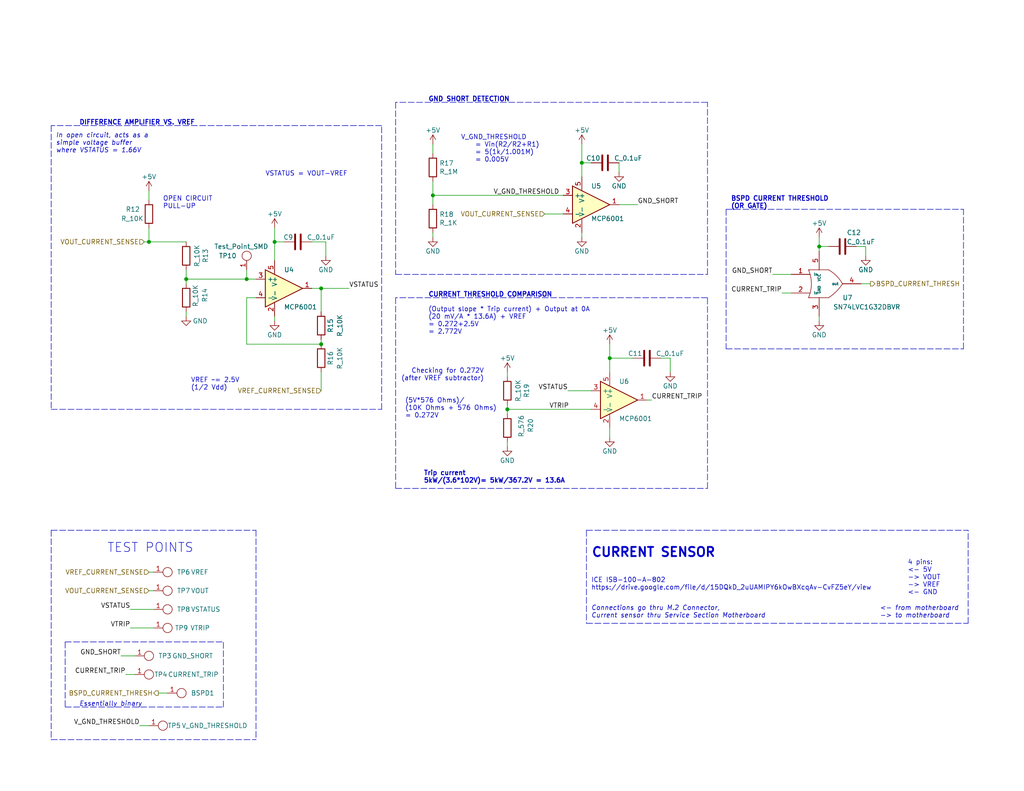
<source format=kicad_sch>
(kicad_sch (version 20211123) (generator eeschema)
  (paper "A")
  (title_block (title "BMS Core | BSPD Current Sensing Trigger") (date "2022-12-03") (rev "0") (company "Olin Electric Motorsports") (comment 1 "Melissa Kazazic"))
  (lib_symbols
    (symbol "OEM:0u1F" (pin_numbers hide) (pin_names (offset 0.254))
      (property "Reference" "C" (at 0.635 2.54 0))
      (property "Value" "C_0.1uF" (at 0.635 -2.54 0))
      (symbol "0u1F_0_1"
        (polyline (pts (xy -2.032 -0.762) (xy 2.032 -0.762)) (stroke (width 0.508)))
        (polyline (pts (xy -2.032 0.762) (xy 2.032 0.762)) (stroke (width 0.508)))
      )
      (symbol "0u1F_1_1"
        (pin passive line (at 0 3.81 270) (length 2.794) (name "~") (number "1"))
        (pin passive line (at 0 -3.81 90) (length 2.794) (name "~") (number "2"))
      )
    )
    (symbol "OEM:10KR" (pin_numbers hide) (pin_names (offset 0))
      (property "Reference" "R" (at 2.032 0 90))
      (property "Value" "R_10K" (at -2.54 0 90))
      (symbol "10KR_0_1"
        (rectangle (start -1.016 -2.54) (end 1.016 2.54) (stroke (width 0.254)))
      )
      (symbol "10KR_1_1"
        (pin passive line (at 0 3.81 270) (length 1.27) (name "~") (number "1"))
        (pin passive line (at 0 -3.81 90) (length 1.27) (name "~") (number "2"))
      )
    )
    (symbol "OEM:1KR" (pin_numbers hide) (pin_names (offset 0))
      (property "Reference" "R" (at 2.032 0 90))
      (property "Value" "R_1K" (at -2.54 0 90))
      (symbol "1KR_1_1"
        (rectangle (start -1.016 -2.54) (end 1.016 2.54) (stroke (width 0.254)))
        (pin passive line (at 0 3.81 270) (length 1.27) (name "~") (number "1"))
        (pin passive line (at 0 -3.81 90) (length 1.27) (name "~") (number "2"))
      )
    )
    (symbol "OEM:1MR" (pin_numbers hide) (pin_names (offset 0))
      (property "Reference" "R" (at 2.032 0 90))
      (property "Value" "R_1M" (at 0 0 90))
      (symbol "1MR_0_1"
        (rectangle (start -1.016 -2.54) (end 1.016 2.54) (stroke (width 0.254)))
      )
      (symbol "1MR_1_1"
        (pin passive line (at 0 3.81 270) (length 1.27) (name "~") (number "1"))
        (pin passive line (at 0 -3.81 90) (length 1.27) (name "~") (number "2"))
      )
    )
    (symbol "OEM:576R" (pin_numbers hide) (pin_names (offset 0))
      (property "Reference" "R" (at 2.032 0 90))
      (property "Value" "576R" (at 0 0 90))
      (symbol "576R_0_1"
        (rectangle (start -1.016 -2.54) (end 1.016 2.54) (stroke (width 0.254)))
      )
      (symbol "576R_1_1"
        (pin passive line (at 0 3.81 270) (length 1.27) (name "~") (number "1"))
        (pin passive line (at 0 -3.81 90) (length 1.27) (name "~") (number "2"))
      )
    )
    (symbol "OEM:MCP6001"
      (property "Reference" "U" (at 0 5.08 0))
      (property "Value" "MCP6001" (at 0 -5.08 0))
      (symbol "MCP6001_0_1"
        (polyline (pts (xy -5.08 5.08) (xy 5.08 0) (xy -5.08 -5.08) (xy -5.08 5.08)) (stroke (width 0.254)) (fill (type background)))
        (pin power_in line (at -2.54 -7.62 90) (length 3.81) (name "V-") (number "2"))
        (pin power_in line (at -2.54 7.62 270) (length 3.81) (name "V+") (number "5"))
      )
      (symbol "MCP6001_1_1"
        (pin output line (at 7.62 0 180) (length 2.54) (name "~") (number "1"))
        (pin input line (at -7.62 2.54 0) (length 2.54) (name "+") (number "3"))
        (pin input line (at -7.62 -2.54 0) (length 2.54) (name "-") (number "4"))
      )
    )
    (symbol "OEM:SN74LVC1G32DBVR" (pin_names (offset 1.016))
      (property "Reference" "U" (at 0 11.43 0))
      (property "Value" "SN74LVC1G32DBVR" (at 0 16.51 0))
      (symbol "SN74LVC1G32DBVR_0_1"
        (polyline (pts (xy -2.921 -3.81) (xy -2.54 -3.81)))
        (polyline (pts (xy -2.54 3.81) (xy -2.921 3.81)))
      )
      (symbol "SN74LVC1G32DBVR_1_1"
        (arc (start -2.921 -3.81) (mid -2.139 0) (end -2.921 3.81))
        (polyline (pts (xy -2.54 -3.81) (xy 2.54 -3.81)))
        (polyline (pts (xy -2.54 3.81) (xy 2.54 3.81)))
        (arc (start 2.54 -3.81) (mid 4.662 -2.122) (end 6.35 0))
        (arc (start 6.35 0) (mid 4.7001 2.1601) (end 2.54 3.81))
        (pin bidirectional line (at -7.62 2.54 0) (length 5.08) (name "in") (number "1"))
        (pin bidirectional line (at -7.62 -2.54 0) (length 5.08) (name "in") (number "2"))
        (pin bidirectional line (at 0 -8.89 90) (length 5.08) (name "GND") (number "3"))
        (pin bidirectional line (at 11.43 0 180) (length 5.08) (name "out") (number "4"))
        (pin bidirectional line (at 0 8.89 270) (length 5.08) (name "VCC") (number "5"))
      )
    )
    (symbol "OEM:TP_SMD" (pin_names (offset 1.016))
      (property "Reference" "TP" (at 0 7.62 0))
      (property "Value" "Test_Point_SMD" (at 1.27 5.08 0))
      (symbol "TP_SMD_1_1"
        (circle (center 0 2.54) (radius 1.27))
        (pin input line (at 0 -1.27 90) (length 2.54) (name "~") (number "1"))
      )
    )
    (symbol "power:+5V" (power) (pin_names (offset 0))
      (property "Value" "+5V" (at 0 3.556 0))
      (symbol "+5V_0_1"
        (polyline (pts (xy -0.762 1.27) (xy 0 2.54)))
        (polyline (pts (xy 0 0) (xy 0 2.54)))
        (polyline (pts (xy 0 2.54) (xy 0.762 1.27)))
      )
      (symbol "+5V_1_1"
        (pin power_in line (at 0 0 90) (length 0) hide (name "+5V") (number "1"))
      )
    )
    (symbol "power:GND" (power) (pin_names (offset 0))
      (property "Value" "GND" (at 0 -3.81 0))
      (symbol "GND_0_1"
        (polyline (pts (xy 0 0) (xy 0 -1.27) (xy 1.27 -1.27) (xy 0 -2.54) (xy -1.27 -1.27) (xy 0 -1.27)))
      )
      (symbol "GND_1_1"
        (pin power_in line (at 0 0 270) (length 0) hide (name "GND") (number "1"))
      )
    )
  )
  (junction (at 87.63 78.74))
  (junction (at 40.64 66.04))
  (junction (at 74.93 66.04))
  (junction (at 158.75 44.45))
  (junction (at 67.31 76.2))
  (junction (at 118.11 53.34))
  (junction (at 138.43 111.76))
  (junction (at 87.63 93.98))
  (junction (at 166.37 97.79))
  (junction (at 50.8 76.2))
  (junction (at 223.52 67.31))
  (wire (pts (xy 50.8 76.2) (xy 67.31 76.2)))
  (polyline (pts (xy 60.96 193.04) (xy 60.96 175.26)))
  (wire (pts (xy 223.52 64.77) (xy 223.52 67.31)))
  (polyline (pts (xy 107.95 81.28) (xy 107.95 133.35)))
  (wire (pts (xy 38.1 198.12) (xy 40.64 198.12)))
  (polyline (pts (xy 17.78 175.26) (xy 60.96 175.26)))
  (wire (pts (xy 87.63 93.98) (xy 87.63 92.71)))
  (wire (pts (xy 118.11 53.34) (xy 118.11 55.88)))
  (wire (pts (xy 67.31 93.98) (xy 87.63 93.98)))
  (polyline (pts (xy 104.14 34.29) (xy 13.97 34.29)))
  (polyline (pts (xy 69.85 144.78) (xy 69.85 201.93)))
  (polyline (pts (xy 107.95 74.93) (xy 193.04 74.93)))
  (wire (pts (xy 74.93 66.04) (xy 74.93 71.12)))
  (polyline (pts (xy 17.78 193.04) (xy 60.96 193.04)))
  (polyline (pts (xy 198.12 57.15) (xy 262.89 57.15)))
  (wire (pts (xy 50.8 73.66) (xy 50.8 76.2)))
  (wire (pts (xy 69.85 76.2) (xy 67.31 76.2)))
  (polyline (pts (xy 104.14 111.76) (xy 104.14 111.76)))
  (wire (pts (xy 118.11 39.37) (xy 118.11 41.91)))
  (wire (pts (xy 85.09 66.04) (xy 88.9 66.04)))
  (wire (pts (xy 118.11 63.5) (xy 118.11 64.77)))
  (wire (pts (xy 158.75 63.5) (xy 158.75 64.77)))
  (wire (pts (xy 138.43 101.6) (xy 138.43 102.87)))
  (polyline (pts (xy 160.02 170.18) (xy 264.16 170.18)))
  (wire (pts (xy 138.43 110.49) (xy 138.43 111.76)))
  (wire (pts (xy 210.82 74.93) (xy 215.9 74.93)))
  (polyline (pts (xy 13.97 34.29) (xy 13.97 111.76)))
  (polyline (pts (xy 104.14 111.76) (xy 104.14 34.29)))
  (polyline (pts (xy 17.78 175.26) (xy 17.78 193.04)))
  (polyline (pts (xy 193.04 74.93) (xy 193.04 27.94)))
  (wire (pts (xy 41.91 166.37) (xy 35.56 166.37)))
  (wire (pts (xy 168.91 55.88) (xy 173.99 55.88)))
  (wire (pts (xy 158.75 39.37) (xy 158.75 44.45)))
  (wire (pts (xy 87.63 78.74) (xy 95.25 78.74)))
  (wire (pts (xy 35.56 171.45) (xy 41.91 171.45)))
  (wire (pts (xy 158.75 44.45) (xy 158.75 48.26)))
  (polyline (pts (xy 160.02 144.78) (xy 160.02 170.18)))
  (wire (pts (xy 182.88 101.6) (xy 182.88 97.79)))
  (wire (pts (xy 87.63 106.68) (xy 87.63 101.6)))
  (polyline (pts (xy 13.97 201.93) (xy 69.85 201.93)))
  (wire (pts (xy 176.53 109.22) (xy 177.8 109.22)))
  (polyline (pts (xy 13.97 144.78) (xy 69.85 144.78)))
  (wire (pts (xy 166.37 93.98) (xy 166.37 97.79)))
  (wire (pts (xy 168.91 44.45) (xy 168.91 46.99)))
  (wire (pts (xy 166.37 116.84) (xy 166.37 119.38)))
  (wire (pts (xy 67.31 81.28) (xy 69.85 81.28)))
  (wire (pts (xy 223.52 67.31) (xy 226.06 67.31)))
  (polyline (pts (xy 262.89 95.25) (xy 262.89 57.15)))
  (wire (pts (xy 154.94 106.68) (xy 161.29 106.68)))
  (wire (pts (xy 40.64 66.04) (xy 50.8 66.04)))
  (wire (pts (xy 87.63 85.09) (xy 87.63 78.74)))
  (wire (pts (xy 223.52 86.36) (xy 223.52 87.63)))
  (polyline (pts (xy 160.02 144.78) (xy 264.16 144.78)))
  (wire (pts (xy 74.93 62.23) (xy 74.93 66.04)))
  (wire (pts (xy 45.72 189.23) (xy 43.18 189.23)))
  (wire (pts (xy 50.8 76.2) (xy 50.8 77.47)))
  (wire (pts (xy 223.52 67.31) (xy 223.52 68.58)))
  (wire (pts (xy 138.43 120.65) (xy 138.43 121.92)))
  (wire (pts (xy 166.37 97.79) (xy 172.72 97.79)))
  (wire (pts (xy 237.49 77.47) (xy 234.95 77.47)))
  (wire (pts (xy 148.59 58.42) (xy 153.67 58.42)))
  (polyline (pts (xy 13.97 111.76) (xy 104.14 111.76)))
  (wire (pts (xy 74.93 86.36) (xy 74.93 87.63)))
  (polyline (pts (xy 193.04 27.94) (xy 107.95 27.94)))
  (polyline (pts (xy 193.04 81.28) (xy 107.95 81.28)))
  (wire (pts (xy 67.31 73.66) (xy 67.31 76.2)))
  (wire (pts (xy 85.09 78.74) (xy 87.63 78.74)))
  (wire (pts (xy 118.11 49.53) (xy 118.11 53.34)))
  (polyline (pts (xy 198.12 95.25) (xy 262.89 95.25)))
  (wire (pts (xy 236.22 69.85) (xy 236.22 67.31)))
  (wire (pts (xy 67.31 81.28) (xy 67.31 93.98)))
  (wire (pts (xy 33.02 179.07) (xy 36.83 179.07)))
  (wire (pts (xy 40.64 62.23) (xy 40.64 66.04)))
  (polyline (pts (xy 264.16 170.18) (xy 264.16 144.78)))
  (wire (pts (xy 215.9 80.01) (xy 213.36 80.01)))
  (polyline (pts (xy 198.12 57.15) (xy 198.12 95.25)))
  (polyline (pts (xy 193.04 133.35) (xy 193.04 81.28)))
  (wire (pts (xy 158.75 44.45) (xy 161.29 44.45)))
  (wire (pts (xy 138.43 111.76) (xy 161.29 111.76)))
  (wire (pts (xy 41.91 156.21) (xy 40.64 156.21)))
  (wire (pts (xy 182.88 97.79) (xy 180.34 97.79)))
  (wire (pts (xy 40.64 52.07) (xy 40.64 54.61)))
  (wire (pts (xy 118.11 53.34) (xy 153.67 53.34)))
  (wire (pts (xy 138.43 111.76) (xy 138.43 113.03)))
  (wire (pts (xy 40.64 161.29) (xy 41.91 161.29)))
  (wire (pts (xy 34.29 184.15) (xy 36.83 184.15)))
  (polyline (pts (xy 107.95 133.35) (xy 193.04 133.35)))
  (wire (pts (xy 39.37 66.04) (xy 40.64 66.04)))
  (wire (pts (xy 77.47 66.04) (xy 74.93 66.04)))
  (wire (pts (xy 88.9 66.04) (xy 88.9 69.85)))
  (polyline (pts (xy 107.95 27.94) (xy 107.95 74.93)))
  (wire (pts (xy 236.22 67.31) (xy 233.68 67.31)))
  (wire (pts (xy 50.8 85.09) (xy 50.8 86.36)))
  (wire (pts (xy 166.37 97.79) (xy 166.37 101.6)))
  (polyline (pts (xy 13.97 144.78) (xy 13.97 201.93)))
  (text "CURRENT THRESHOLD COMPARISON" (at 116.84 81.28 0) (effects (font (size 1.27 1.27) (thickness 0.254) bold) (justify left bottom)))
  (text "<- from motherboard\n-> to motherboard" (at 240.03 168.91 0) (effects (font (size 1.27 1.27) italic) (justify left bottom)))
  (text "TEST POINTS" (at 29.21 151.13 0) (effects (font (size 2.4892 2.4892)) (justify left bottom)))
  (text "VSTATUS = VOUT-VREF" (at 72.39 48.26 0) (effects (font (size 1.27 1.27)) (justify left bottom)))
  (text "4 pins:\n<- 5V\n-> VOUT\n-> VREF\n<- GND" (at 247.65 162.56 0) (effects (font (size 1.27 1.27)) (justify left bottom)))
  (text "OPEN CIRCUIT\nPULL-UP" (at 44.45 57.15 0) (effects (font (size 1.27 1.27)) (justify left bottom)))
  (text "(Output slope * Trip current) + Output at 0A\n(20 mV/A * 13.6A) + VREF\n= 0.272+2.5V \n= 2.772V" (at 116.84 91.44 0) (effects (font (size 1.27 1.27)) (justify left bottom)))
  (text "Connections go thru M.2 Connector,\nCurrent sensor thru Service Section Motherboard" (at 161.29 168.91 0) (effects (font (size 1.27 1.27) italic) (justify left bottom)))
  (text "BSPD CURRENT THRESHOLD\n(OR GATE)" (at 199.39 57.15 0) (effects (font (size 1.27 1.27) (thickness 0.254) bold) (justify left bottom)))
  (text "VREF ~= 2.5V\n(1/2 Vdd)" (at 52.07 106.68 0) (effects (font (size 1.27 1.27)) (justify left bottom)))
  (text "GND SHORT DETECTION" (at 116.84 27.94 0) (effects (font (size 1.27 1.27) (thickness 0.254) bold) (justify left bottom)))
  (text "Trip current\n5kW/(3.6*102V)= 5kW/367.2V = 13.6A" (at 115.57 132.08 0) (effects (font (size 1.27 1.27) (thickness 0.254) bold) (justify left bottom)))
  (text "V_GND_THRESHOLD\n    = Vin(R2/R2+R1)\n    = 5(1k/1.001M)\n    = 0.005V" (at 125.73 44.45 0) (effects (font (size 1.27 1.27)) (justify left bottom)))
  (text "Checking for 0.272V\n(after VREF subtractor)" (at 132.08 104.14 180) (effects (font (size 1.27 1.27)) (justify right bottom)))
  (text "(5V*576 Ohms)/\n(10K Ohms + 576 Ohms)\n= 0.272V" (at 110.49 114.3 0) (effects (font (size 1.27 1.27)) (justify left bottom)))
  (text "Essentially binary" (at 21.59 193.04 0) (effects (font (size 1.27 1.27) italic) (justify left bottom)))
  (text "CURRENT SENSOR" (at 161.29 152.4 0) (effects (font (size 2.4892 2.4892) (thickness 0.4978) bold) (justify left bottom)))
  (text "DIFFERENCE AMPLIFIER VS. VREF" (at 21.59 34.29 0) (effects (font (size 1.27 1.27) (thickness 0.254) bold) (justify left bottom)))
  (text "ICE ISB-100-A-802\nhttps://drive.google.com/file/d/15DQkD_2uUAMIPY6kOwBXcqAv-CvFZ5eY/view" (at 161.29 161.29 0) (effects (font (size 1.27 1.27)) (justify left bottom)))
  (text "In open circuit, acts as a \nsimple voltage buffer\nwhere VSTATUS = 1.66V" (at 15.24 41.91 0) (effects (font (size 1.27 1.27) italic) (justify left bottom)))
  (label "CURRENT_TRIP" (at 177.8 109.22 0))
  (label "GND_SHORT" (at 173.99 55.88 0))
  (label "CURRENT_TRIP" (at 213.36 80.01 180))
  (label "GND_SHORT" (at 210.82 74.93 180))
  (label "GND_SHORT" (at 33.02 179.07 180))
  (label "VTRIP" (at 35.56 171.45 180))
  (label "VSTATUS" (at 154.94 106.68 180))
  (label "CURRENT_TRIP" (at 34.29 184.15 180))
  (label "VSTATUS" (at 35.56 166.37 180))
  (label "VTRIP" (at 149.86 111.76 0))
  (label "V_GND_THRESHOLD" (at 134.62 53.34 0))
  (label "VSTATUS" (at 95.25 78.74 0))
  (label "V_GND_THRESHOLD" (at 38.1 198.12 180))
  (hierarchical_label "VOUT_CURRENT_SENSE" (shape input) (at 39.37 66.04 180))
  (hierarchical_label "VREF_CURRENT_SENSE" (shape input) (at 87.63 106.68 180))
  (hierarchical_label "BSPD_CURRENT_THRESH" (shape output) (at 237.49 77.47 0))
  (hierarchical_label "VOUT_CURRENT_SENSE" (shape input) (at 40.64 161.29 180))
  (hierarchical_label "BSPD_CURRENT_THRESH" (shape output) (at 43.18 189.23 180))
  (hierarchical_label "VOUT_CURRENT_SENSE" (shape input) (at 148.59 58.42 180))
  (hierarchical_label "VREF_CURRENT_SENSE" (shape input) (at 40.64 156.21 180))
  (symbol (lib_id "power:+5V") (at 166.37 93.98 0) (unit 1)
    (property "Reference" "#PWR?" (effects hide))
    (property "Value" "+5V" (at 166.37 90.17 0))
  )
  (symbol (lib_id "OEM:0u1F") (at 81.28 66.04 90) (unit 1)
    (property "Reference" "C9" (at 80.01 64.77 90) (effects (justify left)))
    (property "Value" "C_0.1uF" (at 91.44 64.77 90) (effects (justify left)))
    (property "Footprint" "OEM:C_0603" (effects hide))
    (property "Datasheet" "http://datasheets.avx.com/X7RDielectric.pdf" (effects hide))
    (property "MFN" "DK" (effects hide))
    (property "MPN" "478-3352-1-ND" (effects hide))
    (property "PurchasingLink" "https://www.digikey.com/products/en?keywords=478-3352-1-ND" (effects hide))
  )
  (symbol (lib_id "OEM:10KR") (at 50.8 69.85 0) (unit 1)
    (property "Reference" "R13" (at 56.0578 69.85 90))
    (property "Value" "R_10K" (at 53.7464 69.85 90))
    (property "Footprint" "OEM:R_0603" (effects hide))
    (property "Datasheet" "http://www.bourns.com/data/global/pdfs/CRS.pdf" (effects hide))
    (property "MFN" "DK" (effects hide))
    (property "MPN" "CRS0805-FX-1002ELFCT-ND" (effects hide))
    (property "PurchasingLink" "https://www.digikey.com/products/en?keywords=CRS0805-FX-1002ELFCT-ND" (effects hide))
  )
  (symbol (lib_id "power:+5V") (at 40.64 52.07 0) (unit 1)
    (property "Reference" "#PWR?" (effects hide))
    (property "Value" "+5V" (at 40.64 48.26 0))
  )
  (symbol (lib_id "OEM:TP_SMD") (at 41.91 198.12 270) (unit 1)
    (property "Reference" "TP5" (at 45.72 198.12 90) (effects (justify left)))
    (property "Value" "V_GND_THRESHOLD" (at 49.53 198.12 90) (effects (justify left)))
    (property "Footprint" "TestPoint:TestPoint_Pad_D1.0mm" (effects hide))
  )
  (symbol (lib_id "OEM:SN74LVC1G32DBVR") (at 223.52 77.47 0) (unit 1)
    (property "Reference" "U7" (at 229.87 81.28 0) (effects (justify left)))
    (property "Value" "SN74LVC1G32DBVR" (at 227.33 83.82 0) (effects (justify left)))
    (property "Footprint" "footprints:SOT-23-5_OEM" (effects hide))
    (property "Datasheet" "http://www.ti.com/lit/ds/symlink/sn74lvc1g32.pdf" (effects hide))
    (property "MFN" "DK" (effects hide))
    (property "MPN" "296-9847-1-ND" (effects hide))
    (property "PurchasingLink" "https://www.digikey.com/product-detail/en/texas-instruments/SN74LVC1G32DBVR/296-9847-1-ND/380102" (effects hide))
  )
  (symbol (lib_id "OEM:TP_SMD") (at 67.31 72.39 0) (unit 1)
    (property "Reference" "TP10" (at 59.69 69.85 0) (effects (justify left)))
    (property "Value" "Test_Point_SMD" (at 58.42 67.31 0) (effects (justify left)))
    (property "Footprint" "TestPoint:TestPoint_Pad_D1.0mm" (effects hide))
  )
  (symbol (lib_id "OEM:TP_SMD") (at 43.18 156.21 270) (unit 1)
    (property "Reference" "TP6" (at 48.26 156.21 90) (effects (justify left)))
    (property "Value" "VREF" (at 52.07 156.21 90) (effects (justify left)))
    (property "Footprint" "TestPoint:TestPoint_Pad_D1.0mm" (effects hide))
  )
  (symbol (lib_id "power:GND") (at 74.93 87.63 0) (unit 1)
    (property "Reference" "#PWR?" (effects hide))
    (property "Value" "GND" (at 74.93 91.44 0))
  )
  (symbol (lib_id "OEM:1KR") (at 118.11 59.69 0) (unit 1)
    (property "Reference" "R18" (at 119.888 58.5216 0) (effects (justify left)))
    (property "Value" "R_1K" (at 119.888 60.833 0) (effects (justify left)))
    (property "Footprint" "OEM:R_0603" (effects hide))
    (property "Datasheet" "https://www.seielect.com/Catalog/SEI-rncp.pdf" (effects hide))
    (property "MFN" "DK" (effects hide))
    (property "MPN" "RNCP0805FTD1K00CT-ND" (effects hide))
    (property "PurchasingLink" "https://www.digikey.com/products/en?keywords=RNCP0805FTD1K00CT-ND" (effects hide))
  )
  (symbol (lib_id "OEM:TP_SMD") (at 46.99 189.23 270) (unit 1)
    (property "Reference" "BSPD1" (at 52.07 189.23 90) (effects (justify left)))
    (property "Value" "Test_Point_SMD" (effects hide))
    (property "Footprint" "TestPoint:TestPoint_Pad_D1.0mm" (effects hide))
  )
  (symbol (lib_id "power:GND") (at 88.9 69.85 0) (unit 1)
    (property "Reference" "#PWR?" (effects hide))
    (property "Value" "GND" (at 88.9 73.66 0))
  )
  (symbol (lib_id "OEM:576R") (at 138.43 116.84 0) (unit 1)
    (property "Reference" "R20" (at 144.78 118.11 90) (effects (justify left)))
    (property "Value" "R_576" (at 142.24 119.38 90) (effects (justify left)))
    (property "Footprint" "OEM:R_0603" (effects hide))
    (property "Datasheet" "${OEM_DIR}/parts/datasheets/stackpole_RMCF_RMCP.pdf" (effects hide))
    (property "MPN" "RMCF0603FT576R" (effects hide))
    (property "DKPN" "RMCF0603FT576RDKR-ND" (effects hide))
    (property "MFN" "Stackpole Electronics" (effects hide))
    (property "NewDesigns" "YES" (effects hide))
    (property "Stocked" "Digi-Reel" (effects hide))
    (property "Package" "0603" (effects hide))
    (property "Style" "SMD" (effects hide))
  )
  (symbol (lib_id "OEM:1MR") (at 118.11 45.72 0) (unit 1)
    (property "Reference" "R17" (at 119.888 44.5516 0) (effects (justify left)))
    (property "Value" "R_1M" (at 119.888 46.863 0) (effects (justify left)))
    (property "Footprint" "OEM:R_0603" (effects hide))
    (property "Datasheet" "https://www.seielect.com/Catalog/SEI-rncp.pdf" (effects hide))
    (property "MFN" "DK" (effects hide))
    (property "MPN" "RMCF0805JT1M00CT-ND" (effects hide))
    (property "PurchasingLink" "https://www.digikey.com/product-detail/en/stackpole-electronics-inc/RMCF0805JT1M00/RMCF0805JT1M00CT-ND/1942600" (effects hide))
  )
  (symbol (lib_id "OEM:0u1F") (at 229.87 67.31 90) (unit 1)
    (property "Reference" "C12" (at 234.95 63.5 90) (effects (justify left)))
    (property "Value" "C_0.1uF" (at 238.76 66.04 90) (effects (justify left)))
    (property "Footprint" "OEM:C_0603" (effects hide))
    (property "Datasheet" "http://datasheets.avx.com/X7RDielectric.pdf" (effects hide))
    (property "MFN" "DK" (effects hide))
    (property "MPN" "478-3352-1-ND" (effects hide))
    (property "PurchasingLink" "https://www.digikey.com/products/en?keywords=478-3352-1-ND" (effects hide))
  )
  (symbol (lib_id "OEM:10KR") (at 87.63 97.79 180) (unit 1)
    (property "Reference" "R16" (at 90.17 97.79 90))
    (property "Value" "R_10K" (at 92.71 97.79 90))
    (property "Footprint" "OEM:R_0603" (effects hide))
    (property "Datasheet" "http://www.bourns.com/data/global/pdfs/CRS.pdf" (effects hide))
    (property "MFN" "DK" (effects hide))
    (property "MPN" "CRS0805-FX-1002ELFCT-ND" (effects hide))
    (property "PurchasingLink" "https://www.digikey.com/products/en?keywords=CRS0805-FX-1002ELFCT-ND" (effects hide))
  )
  (symbol (lib_id "OEM:MCP6001") (at 168.91 109.22 0) (unit 1)
    (property "Reference" "U6" (at 168.91 104.14 0) (effects (justify left)))
    (property "Value" "MCP6001" (at 168.91 114.3 0) (effects (justify left)))
    (property "Footprint" "footprints:SOT-23-5_OEM" (effects hide))
    (property "Datasheet" "http://ww1.microchip.com/downloads/en/DeviceDoc/21733j.pdf" (effects hide))
    (property "MFN" "DK" (effects hide))
    (property "MPN" "MCP6001T-I/OTCT-ND" (effects hide))
    (property "PurchasingLink" "https://www.digikey.com/product-detail/en/microchip-technology/MCP6001T-I-OT/MCP6001T-I-OTCT-ND/697158" (effects hide))
  )
  (symbol (lib_id "OEM:10KR") (at 50.8 81.28 180) (unit 1)
    (property "Reference" "R14" (at 55.88 82.55 90) (effects (justify right)))
    (property "Value" "R_10K" (at 53.34 83.82 90) (effects (justify right)))
    (property "Footprint" "OEM:R_0603" (effects hide))
    (property "Datasheet" "http://www.bourns.com/data/global/pdfs/CRS.pdf" (effects hide))
    (property "MFN" "DK" (effects hide))
    (property "MPN" "CRS0805-FX-1002ELFCT-ND" (effects hide))
    (property "PurchasingLink" "https://www.digikey.com/products/en?keywords=CRS0805-FX-1002ELFCT-ND" (effects hide))
  )
  (symbol (lib_id "OEM:0u1F") (at 176.53 97.79 90) (unit 1)
    (property "Reference" "C11" (at 175.26 96.52 90) (effects (justify left)))
    (property "Value" "C_0.1uF" (at 186.69 96.52 90) (effects (justify left)))
    (property "Footprint" "OEM:C_0603" (effects hide))
    (property "Datasheet" "http://datasheets.avx.com/X7RDielectric.pdf" (effects hide))
    (property "MFN" "DK" (effects hide))
    (property "MPN" "478-3352-1-ND" (effects hide))
    (property "PurchasingLink" "https://www.digikey.com/products/en?keywords=478-3352-1-ND" (effects hide))
  )
  (symbol (lib_id "OEM:TP_SMD") (at 43.18 166.37 270) (unit 1)
    (property "Reference" "TP8" (at 48.26 166.37 90) (effects (justify left)))
    (property "Value" "VSTATUS" (at 52.07 166.37 90) (effects (justify left)))
    (property "Footprint" "TestPoint:TestPoint_Pad_D1.0mm" (effects hide))
  )
  (symbol (lib_id "OEM:0u1F") (at 165.1 44.45 90) (unit 1)
    (property "Reference" "C10" (at 163.83 43.18 90) (effects (justify left)))
    (property "Value" "C_0.1uF" (at 175.26 43.18 90) (effects (justify left)))
    (property "Footprint" "OEM:C_0603" (effects hide))
    (property "Datasheet" "http://datasheets.avx.com/X7RDielectric.pdf" (effects hide))
    (property "MFN" "DK" (effects hide))
    (property "MPN" "478-3352-1-ND" (effects hide))
    (property "PurchasingLink" "https://www.digikey.com/products/en?keywords=478-3352-1-ND" (effects hide))
  )
  (symbol (lib_id "power:+5V") (at 138.43 101.6 0) (unit 1)
    (property "Reference" "#PWR?" (effects hide))
    (property "Value" "+5V" (at 138.43 97.79 0))
  )
  (symbol (lib_id "power:GND") (at 50.8 86.36 0) (unit 1)
    (property "Reference" "#PWR?" (effects hide))
    (property "Value" "GND" (at 54.61 87.63 0))
  )
  (symbol (lib_id "power:GND") (at 138.43 121.92 0) (unit 1)
    (property "Reference" "#PWR?" (effects hide))
    (property "Value" "GND" (at 138.43 125.73 0))
  )
  (symbol (lib_id "OEM:10KR") (at 40.64 58.42 180) (unit 1)
    (property "Reference" "R12" (at 34.29 57.15 0) (effects (justify right)))
    (property "Value" "R_10K" (at 33.02 59.69 0) (effects (justify right)))
    (property "Footprint" "OEM:R_0603" (effects hide))
    (property "Datasheet" "http://www.bourns.com/data/global/pdfs/CRS.pdf" (effects hide))
    (property "MFN" "DK" (effects hide))
    (property "MPN" "CRS0805-FX-1002ELFCT-ND" (effects hide))
    (property "PurchasingLink" "https://www.digikey.com/products/en?keywords=CRS0805-FX-1002ELFCT-ND" (effects hide))
  )
  (symbol (lib_id "power:GND") (at 182.88 101.6 0) (unit 1)
    (property "Reference" "#PWR?" (effects hide))
    (property "Value" "GND" (at 182.88 105.41 0))
  )
  (symbol (lib_id "power:+5V") (at 158.75 39.37 0) (unit 1)
    (property "Reference" "#PWR?" (effects hide))
    (property "Value" "+5V" (at 158.75 35.56 0))
  )
  (symbol (lib_id "power:+5V") (at 223.52 64.77 0) (unit 1)
    (property "Reference" "#PWR?" (effects hide))
    (property "Value" "+5V" (at 223.52 60.96 0))
  )
  (symbol (lib_id "power:+5V") (at 118.11 39.37 0) (unit 1)
    (property "Reference" "#PWR?" (effects hide))
    (property "Value" "+5V" (at 118.11 35.56 0))
  )
  (symbol (lib_id "power:GND") (at 166.37 119.38 0) (unit 1)
    (property "Reference" "#PWR?" (effects hide))
    (property "Value" "GND" (at 166.37 123.19 0))
  )
  (symbol (lib_id "OEM:TP_SMD") (at 38.1 184.15 270) (unit 1)
    (property "Reference" "TP4" (at 45.72 184.15 90) (effects (justify right)))
    (property "Value" "CURRENT_TRIP" (at 59.69 184.15 90) (effects (justify right)))
    (property "Footprint" "TestPoint:TestPoint_Pad_D1.0mm" (effects hide))
  )
  (symbol (lib_id "power:GND") (at 118.11 64.77 0) (unit 1)
    (property "Reference" "#PWR?" (effects hide))
    (property "Value" "GND" (at 118.11 68.58 0))
  )
  (symbol (lib_id "power:GND") (at 158.75 64.77 0) (unit 1)
    (property "Reference" "#PWR?" (effects hide))
    (property "Value" "GND" (at 158.75 68.58 0))
  )
  (symbol (lib_id "power:+5V") (at 74.93 62.23 0) (unit 1)
    (property "Reference" "#PWR?" (effects hide))
    (property "Value" "+5V" (at 74.93 58.42 0))
  )
  (symbol (lib_id "power:GND") (at 236.22 69.85 0) (unit 1)
    (property "Reference" "#PWR?" (effects hide))
    (property "Value" "GND" (at 236.22 73.66 0))
  )
  (symbol (lib_id "OEM:TP_SMD") (at 43.18 171.45 270) (unit 1)
    (property "Reference" "TP9" (at 49.53 171.45 90))
    (property "Value" "VTRIP" (at 54.61 171.45 90))
    (property "Footprint" "TestPoint:TestPoint_Pad_D1.0mm" (effects hide))
  )
  (symbol (lib_id "OEM:TP_SMD") (at 38.1 179.07 270) (unit 1)
    (property "Reference" "TP3" (at 43.18 179.07 90) (effects (justify left)))
    (property "Value" "GND_SHORT" (at 46.99 179.07 90) (effects (justify left)))
    (property "Footprint" "TestPoint:TestPoint_Pad_D1.0mm" (effects hide))
  )
  (symbol (lib_id "OEM:10KR") (at 87.63 88.9 180) (unit 1)
    (property "Reference" "R15" (at 90.17 88.9 90))
    (property "Value" "R_10K" (at 92.71 88.9 90))
    (property "Footprint" "OEM:R_0603" (effects hide))
    (property "Datasheet" "http://www.bourns.com/data/global/pdfs/CRS.pdf" (effects hide))
    (property "MFN" "DK" (effects hide))
    (property "MPN" "CRS0805-FX-1002ELFCT-ND" (effects hide))
    (property "PurchasingLink" "https://www.digikey.com/products/en?keywords=CRS0805-FX-1002ELFCT-ND" (effects hide))
  )
  (symbol (lib_id "OEM:MCP6001") (at 161.29 55.88 0) (unit 1)
    (property "Reference" "U5" (at 161.29 50.8 0) (effects (justify left)))
    (property "Value" "MCP6001" (at 161.29 59.69 0) (effects (justify left)))
    (property "Footprint" "footprints:SOT-23-5_OEM" (effects hide))
    (property "Datasheet" "http://ww1.microchip.com/downloads/en/DeviceDoc/21733j.pdf" (effects hide))
    (property "MFN" "DK" (effects hide))
    (property "MPN" "MCP6001T-I/OTCT-ND" (effects hide))
    (property "PurchasingLink" "https://www.digikey.com/product-detail/en/microchip-technology/MCP6001T-I-OT/MCP6001T-I-OTCT-ND/697158" (effects hide))
  )
  (symbol (lib_id "OEM:MCP6001") (at 77.47 78.74 0) (unit 1)
    (property "Reference" "U4" (at 77.47 73.66 0) (effects (justify left)))
    (property "Value" "MCP6001" (at 77.47 83.82 0) (effects (justify left)))
    (property "Footprint" "footprints:SOT-23-5_OEM" (effects hide))
    (property "Datasheet" "http://ww1.microchip.com/downloads/en/DeviceDoc/21733j.pdf" (effects hide))
    (property "MFN" "DK" (effects hide))
    (property "MPN" "MCP6001T-I/OTCT-ND" (effects hide))
    (property "PurchasingLink" "https://www.digikey.com/product-detail/en/microchip-technology/MCP6001T-I-OT/MCP6001T-I-OTCT-ND/697158" (effects hide))
  )
  (symbol (lib_id "power:GND") (at 168.91 46.99 0) (unit 1)
    (property "Reference" "#PWR?" (effects hide))
    (property "Value" "GND" (at 168.91 50.8 0))
  )
  (symbol (lib_id "power:GND") (at 223.52 87.63 0) (unit 1)
    (property "Reference" "#PWR?" (effects hide))
    (property "Value" "GND" (at 223.52 91.44 0))
  )
  (symbol (lib_id "OEM:10KR") (at 138.43 106.68 180) (unit 1)
    (property "Reference" "R19" (at 143.6878 106.68 90))
    (property "Value" "R_10K" (at 141.3764 106.68 90))
    (property "Footprint" "OEM:R_0603" (effects hide))
    (property "Datasheet" "http://www.bourns.com/data/global/pdfs/CRS.pdf" (effects hide))
    (property "MFN" "DK" (effects hide))
    (property "MPN" "CRS0805-FX-1002ELFCT-ND" (effects hide))
    (property "PurchasingLink" "https://www.digikey.com/products/en?keywords=CRS0805-FX-1002ELFCT-ND" (effects hide))
  )
  (symbol (lib_id "OEM:TP_SMD") (at 43.18 161.29 270) (unit 1)
    (property "Reference" "TP7" (at 48.26 161.29 90) (effects (justify left)))
    (property "Value" "VOUT" (at 52.07 161.29 90) (effects (justify left)))
    (property "Footprint" "TestPoint:TestPoint_Pad_D1.0mm" (effects hide))
  )
)
</source>
